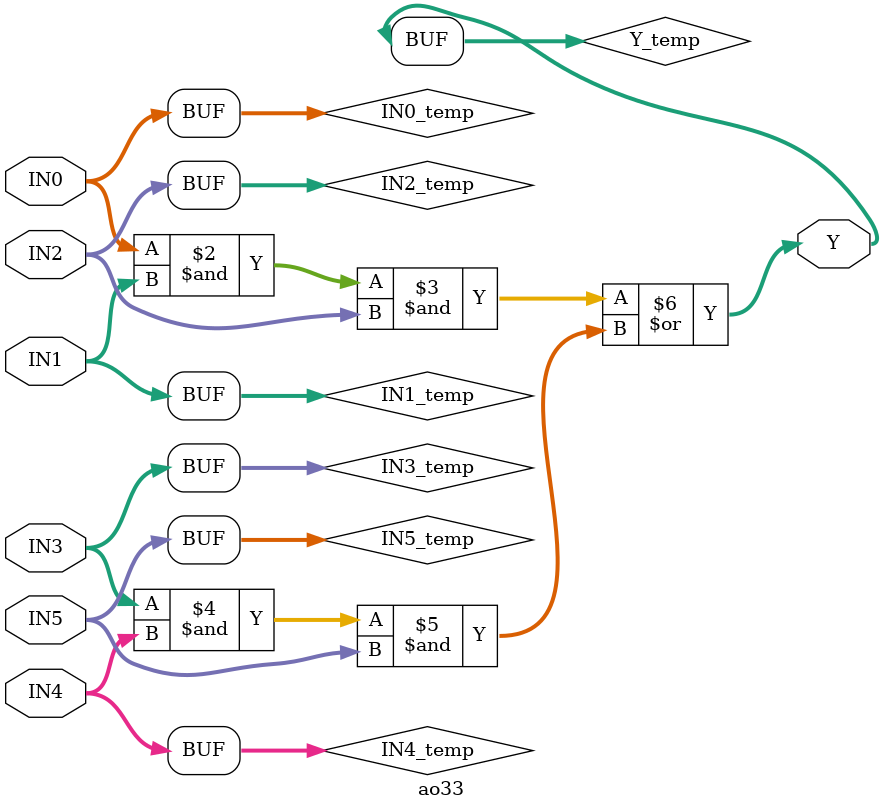
<source format=v>
module ao33(IN0,IN1,IN2,IN3,IN4,IN5,Y);
  parameter N = 8;
  parameter DPFLAG = 0;
  parameter GROUP = "std";
  parameter
        d_IN0 = 0,
        d_IN1 = 0,
        d_IN2 = 0,
        d_IN3 = 0,
        d_IN4 = 0,
        d_IN5 = 0,
        d_Y = 1;
  input [(N - 1):0] IN0;
  input [(N - 1):0] IN1;
  input [(N - 1):0] IN2;
  input [(N - 1):0] IN3;
  input [(N - 1):0] IN4;
  input [(N - 1):0] IN5;
  output [(N - 1):0] Y;
  wire [(N - 1):0] IN0_temp;
  wire [(N - 1):0] IN1_temp;
  wire [(N - 1):0] IN2_temp;
  wire [(N - 1):0] IN3_temp;
  wire [(N - 1):0] IN4_temp;
  wire [(N - 1):0] IN5_temp;
  reg [(N - 1):0] Y_temp;
  assign #(d_IN0) IN0_temp = IN0;
  assign #(d_IN1) IN1_temp = IN1;
  assign #(d_IN2) IN2_temp = IN2;
  assign #(d_IN3) IN3_temp = IN3;
  assign #(d_IN4) IN4_temp = IN4;
  assign #(d_IN5) IN5_temp = IN5;
  assign #(d_Y) Y = Y_temp;
  initial
    begin
    if((DPFLAG == 1))
      $display("(WARNING) The instance %m of type ao33 can't be implemented as a data-path cell");
    end
  always
    @(IN0_temp or IN1_temp or IN2_temp or IN3_temp or IN4_temp or IN5_temp)
      begin
      Y_temp = (((IN0_temp & IN1_temp) & IN2_temp) | ((IN3_temp & IN4_temp) & IN5_temp));
      end
endmodule

</source>
